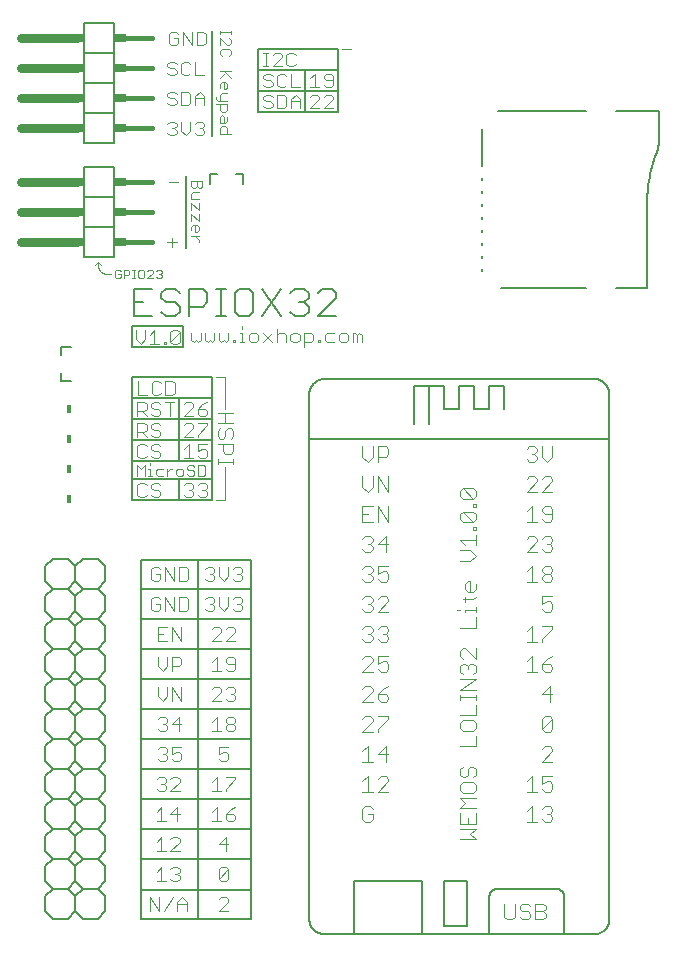
<source format=gto>
G75*
%MOIN*%
%OFA0B0*%
%FSLAX25Y25*%
%IPPOS*%
%LPD*%
%AMOC8*
5,1,8,0,0,1.08239X$1,22.5*
%
%ADD10C,0.00400*%
%ADD11C,0.00300*%
%ADD12C,0.00600*%
%ADD13C,0.00800*%
%ADD14C,0.00500*%
%ADD15R,0.01500X0.03000*%
%ADD16C,0.03000*%
%ADD17C,0.01600*%
%ADD18R,0.02000X0.03000*%
%ADD19R,0.04000X0.03000*%
D10*
X0051465Y0024200D02*
X0051465Y0028804D01*
X0054535Y0024200D01*
X0054535Y0028804D01*
X0055302Y0034200D02*
X0055302Y0038804D01*
X0053767Y0037269D01*
X0053767Y0034200D02*
X0056837Y0034200D01*
X0058371Y0034967D02*
X0059139Y0034200D01*
X0060673Y0034200D01*
X0061441Y0034967D01*
X0061441Y0035735D01*
X0060673Y0036502D01*
X0059906Y0036502D01*
X0060673Y0036502D02*
X0061441Y0037269D01*
X0061441Y0038037D01*
X0060673Y0038804D01*
X0059139Y0038804D01*
X0058371Y0038037D01*
X0058371Y0044200D02*
X0061441Y0047269D01*
X0061441Y0048037D01*
X0060673Y0048804D01*
X0059139Y0048804D01*
X0058371Y0048037D01*
X0058371Y0044200D02*
X0061441Y0044200D01*
X0056837Y0044200D02*
X0053767Y0044200D01*
X0055302Y0044200D02*
X0055302Y0048804D01*
X0053767Y0047269D01*
X0053767Y0054200D02*
X0056837Y0054200D01*
X0055302Y0054200D02*
X0055302Y0058804D01*
X0053767Y0057269D01*
X0054535Y0064200D02*
X0053767Y0064967D01*
X0054535Y0064200D02*
X0056069Y0064200D01*
X0056837Y0064967D01*
X0056837Y0065735D01*
X0056069Y0066502D01*
X0055302Y0066502D01*
X0056069Y0066502D02*
X0056837Y0067269D01*
X0056837Y0068037D01*
X0056069Y0068804D01*
X0054535Y0068804D01*
X0053767Y0068037D01*
X0055035Y0074200D02*
X0054267Y0074967D01*
X0055035Y0074200D02*
X0056569Y0074200D01*
X0057337Y0074967D01*
X0057337Y0075735D01*
X0056569Y0076502D01*
X0055802Y0076502D01*
X0056569Y0076502D02*
X0057337Y0077269D01*
X0057337Y0078037D01*
X0056569Y0078804D01*
X0055035Y0078804D01*
X0054267Y0078037D01*
X0058871Y0078804D02*
X0058871Y0076502D01*
X0060406Y0077269D01*
X0061173Y0077269D01*
X0061941Y0076502D01*
X0061941Y0074967D01*
X0061173Y0074200D01*
X0059639Y0074200D01*
X0058871Y0074967D01*
X0058871Y0078804D02*
X0061941Y0078804D01*
X0061173Y0084200D02*
X0061173Y0088804D01*
X0058871Y0086502D01*
X0061941Y0086502D01*
X0057337Y0087269D02*
X0056569Y0086502D01*
X0057337Y0085735D01*
X0057337Y0084967D01*
X0056569Y0084200D01*
X0055035Y0084200D01*
X0054267Y0084967D01*
X0055802Y0086502D02*
X0056569Y0086502D01*
X0057337Y0087269D02*
X0057337Y0088037D01*
X0056569Y0088804D01*
X0055035Y0088804D01*
X0054267Y0088037D01*
X0055802Y0094200D02*
X0057337Y0095735D01*
X0057337Y0098804D01*
X0058871Y0098804D02*
X0058871Y0094200D01*
X0061941Y0094200D02*
X0058871Y0098804D01*
X0061941Y0098804D02*
X0061941Y0094200D01*
X0058871Y0104200D02*
X0058871Y0108804D01*
X0061173Y0108804D01*
X0061941Y0108037D01*
X0061941Y0106502D01*
X0061173Y0105735D01*
X0058871Y0105735D01*
X0057337Y0105735D02*
X0057337Y0108804D01*
X0057337Y0105735D02*
X0055802Y0104200D01*
X0054267Y0105735D01*
X0054267Y0108804D01*
X0054267Y0114200D02*
X0057337Y0114200D01*
X0058871Y0114200D02*
X0058871Y0118804D01*
X0061941Y0114200D01*
X0061941Y0118804D01*
X0061173Y0124200D02*
X0063475Y0124200D01*
X0064243Y0124967D01*
X0064243Y0128037D01*
X0063475Y0128804D01*
X0061173Y0128804D01*
X0061173Y0124200D01*
X0059639Y0124200D02*
X0059639Y0128804D01*
X0056569Y0128804D02*
X0059639Y0124200D01*
X0056569Y0124200D02*
X0056569Y0128804D01*
X0055035Y0128037D02*
X0054267Y0128804D01*
X0052733Y0128804D01*
X0051965Y0128037D01*
X0051965Y0124967D01*
X0052733Y0124200D01*
X0054267Y0124200D01*
X0055035Y0124967D01*
X0055035Y0126502D01*
X0053500Y0126502D01*
X0052733Y0134200D02*
X0054267Y0134200D01*
X0055035Y0134967D01*
X0055035Y0136502D01*
X0053500Y0136502D01*
X0051965Y0138037D02*
X0051965Y0134967D01*
X0052733Y0134200D01*
X0051965Y0138037D02*
X0052733Y0138804D01*
X0054267Y0138804D01*
X0055035Y0138037D01*
X0056569Y0138804D02*
X0056569Y0134200D01*
X0059639Y0134200D02*
X0056569Y0138804D01*
X0059639Y0138804D02*
X0059639Y0134200D01*
X0061173Y0134200D02*
X0061173Y0138804D01*
X0063475Y0138804D01*
X0064243Y0138037D01*
X0064243Y0134967D01*
X0063475Y0134200D01*
X0061173Y0134200D01*
X0069965Y0134967D02*
X0070733Y0134200D01*
X0072267Y0134200D01*
X0073035Y0134967D01*
X0073035Y0135735D01*
X0072267Y0136502D01*
X0071500Y0136502D01*
X0072267Y0136502D02*
X0073035Y0137269D01*
X0073035Y0138037D01*
X0072267Y0138804D01*
X0070733Y0138804D01*
X0069965Y0138037D01*
X0074569Y0138804D02*
X0074569Y0135735D01*
X0076104Y0134200D01*
X0077639Y0135735D01*
X0077639Y0138804D01*
X0079173Y0138037D02*
X0079941Y0138804D01*
X0081475Y0138804D01*
X0082243Y0138037D01*
X0082243Y0137269D01*
X0081475Y0136502D01*
X0082243Y0135735D01*
X0082243Y0134967D01*
X0081475Y0134200D01*
X0079941Y0134200D01*
X0079173Y0134967D01*
X0080708Y0136502D02*
X0081475Y0136502D01*
X0081475Y0128804D02*
X0079941Y0128804D01*
X0079173Y0128037D01*
X0077639Y0128804D02*
X0077639Y0125735D01*
X0076104Y0124200D01*
X0074569Y0125735D01*
X0074569Y0128804D01*
X0073035Y0128037D02*
X0073035Y0127269D01*
X0072267Y0126502D01*
X0073035Y0125735D01*
X0073035Y0124967D01*
X0072267Y0124200D01*
X0070733Y0124200D01*
X0069965Y0124967D01*
X0071500Y0126502D02*
X0072267Y0126502D01*
X0073035Y0128037D02*
X0072267Y0128804D01*
X0070733Y0128804D01*
X0069965Y0128037D01*
X0073035Y0118804D02*
X0072267Y0118037D01*
X0073035Y0118804D02*
X0074569Y0118804D01*
X0075337Y0118037D01*
X0075337Y0117269D01*
X0072267Y0114200D01*
X0075337Y0114200D01*
X0076871Y0114200D02*
X0079941Y0117269D01*
X0079941Y0118037D01*
X0079173Y0118804D01*
X0077639Y0118804D01*
X0076871Y0118037D01*
X0076871Y0114200D02*
X0079941Y0114200D01*
X0079173Y0108804D02*
X0077639Y0108804D01*
X0076871Y0108037D01*
X0076871Y0107269D01*
X0077639Y0106502D01*
X0079941Y0106502D01*
X0079941Y0104967D02*
X0079941Y0108037D01*
X0079173Y0108804D01*
X0079941Y0104967D02*
X0079173Y0104200D01*
X0077639Y0104200D01*
X0076871Y0104967D01*
X0075337Y0104200D02*
X0072267Y0104200D01*
X0073802Y0104200D02*
X0073802Y0108804D01*
X0072267Y0107269D01*
X0073035Y0098804D02*
X0072267Y0098037D01*
X0073035Y0098804D02*
X0074569Y0098804D01*
X0075337Y0098037D01*
X0075337Y0097269D01*
X0072267Y0094200D01*
X0075337Y0094200D01*
X0076871Y0094967D02*
X0077639Y0094200D01*
X0079173Y0094200D01*
X0079941Y0094967D01*
X0079941Y0095735D01*
X0079173Y0096502D01*
X0078406Y0096502D01*
X0079173Y0096502D02*
X0079941Y0097269D01*
X0079941Y0098037D01*
X0079173Y0098804D01*
X0077639Y0098804D01*
X0076871Y0098037D01*
X0077639Y0088804D02*
X0079173Y0088804D01*
X0079941Y0088037D01*
X0079941Y0087269D01*
X0079173Y0086502D01*
X0077639Y0086502D01*
X0076871Y0087269D01*
X0076871Y0088037D01*
X0077639Y0088804D01*
X0077639Y0086502D02*
X0076871Y0085735D01*
X0076871Y0084967D01*
X0077639Y0084200D01*
X0079173Y0084200D01*
X0079941Y0084967D01*
X0079941Y0085735D01*
X0079173Y0086502D01*
X0075337Y0084200D02*
X0072267Y0084200D01*
X0073802Y0084200D02*
X0073802Y0088804D01*
X0072267Y0087269D01*
X0074569Y0078804D02*
X0074569Y0076502D01*
X0076104Y0077269D01*
X0076871Y0077269D01*
X0077639Y0076502D01*
X0077639Y0074967D01*
X0076871Y0074200D01*
X0075337Y0074200D01*
X0074569Y0074967D01*
X0074569Y0078804D02*
X0077639Y0078804D01*
X0076871Y0068804D02*
X0079941Y0068804D01*
X0079941Y0068037D01*
X0076871Y0064967D01*
X0076871Y0064200D01*
X0075337Y0064200D02*
X0072267Y0064200D01*
X0073802Y0064200D02*
X0073802Y0068804D01*
X0072267Y0067269D01*
X0073802Y0058804D02*
X0073802Y0054200D01*
X0072267Y0054200D02*
X0075337Y0054200D01*
X0076871Y0054967D02*
X0076871Y0056502D01*
X0079173Y0056502D01*
X0079941Y0055735D01*
X0079941Y0054967D01*
X0079173Y0054200D01*
X0077639Y0054200D01*
X0076871Y0054967D01*
X0076871Y0056502D02*
X0078406Y0058037D01*
X0079941Y0058804D01*
X0076871Y0048804D02*
X0074569Y0046502D01*
X0077639Y0046502D01*
X0076871Y0044200D02*
X0076871Y0048804D01*
X0072267Y0057269D02*
X0073802Y0058804D01*
X0061441Y0056502D02*
X0058371Y0056502D01*
X0060673Y0058804D01*
X0060673Y0054200D01*
X0061441Y0064200D02*
X0058371Y0064200D01*
X0061441Y0067269D01*
X0061441Y0068037D01*
X0060673Y0068804D01*
X0059139Y0068804D01*
X0058371Y0068037D01*
X0055802Y0094200D02*
X0054267Y0095735D01*
X0054267Y0098804D01*
X0054267Y0114200D02*
X0054267Y0118804D01*
X0057337Y0118804D01*
X0055802Y0116502D02*
X0054267Y0116502D01*
X0079173Y0124967D02*
X0079941Y0124200D01*
X0081475Y0124200D01*
X0082243Y0124967D01*
X0082243Y0125735D01*
X0081475Y0126502D01*
X0080708Y0126502D01*
X0081475Y0126502D02*
X0082243Y0127269D01*
X0082243Y0128037D01*
X0081475Y0128804D01*
X0076671Y0161000D02*
X0073671Y0161000D01*
X0070545Y0162967D02*
X0070545Y0163735D01*
X0069777Y0164502D01*
X0069010Y0164502D01*
X0069777Y0164502D02*
X0070545Y0165269D01*
X0070545Y0166037D01*
X0069777Y0166804D01*
X0068243Y0166804D01*
X0067475Y0166037D01*
X0065941Y0166037D02*
X0065173Y0166804D01*
X0063639Y0166804D01*
X0062871Y0166037D01*
X0064406Y0164502D02*
X0065173Y0164502D01*
X0065941Y0163735D01*
X0065941Y0162967D01*
X0065173Y0162200D01*
X0063639Y0162200D01*
X0062871Y0162967D01*
X0065173Y0164502D02*
X0065941Y0165269D01*
X0065941Y0166037D01*
X0067475Y0162967D02*
X0068243Y0162200D01*
X0069777Y0162200D01*
X0070545Y0162967D01*
X0076671Y0161000D02*
X0076671Y0172000D01*
X0074071Y0173049D02*
X0074071Y0174784D01*
X0074071Y0173917D02*
X0079276Y0173917D01*
X0079276Y0174784D02*
X0079276Y0173049D01*
X0078408Y0176471D02*
X0076674Y0176471D01*
X0075806Y0177338D01*
X0075806Y0179941D01*
X0075806Y0181627D02*
X0074939Y0181627D01*
X0074071Y0182495D01*
X0074071Y0184230D01*
X0074939Y0185097D01*
X0074071Y0186784D02*
X0079276Y0186784D01*
X0078408Y0185097D02*
X0079276Y0184230D01*
X0079276Y0182495D01*
X0078408Y0181627D01*
X0079276Y0179941D02*
X0074071Y0179941D01*
X0075806Y0181627D02*
X0076674Y0182495D01*
X0076674Y0184230D01*
X0077541Y0185097D01*
X0078408Y0185097D01*
X0076674Y0186784D02*
X0076674Y0190253D01*
X0076671Y0191500D02*
X0076671Y0202000D01*
X0073671Y0202000D01*
X0070545Y0193804D02*
X0069010Y0193037D01*
X0067475Y0191502D01*
X0069777Y0191502D01*
X0070545Y0190735D01*
X0070545Y0189967D01*
X0069777Y0189200D01*
X0068243Y0189200D01*
X0067475Y0189967D01*
X0067475Y0191502D01*
X0065941Y0192269D02*
X0065941Y0193037D01*
X0065173Y0193804D01*
X0063639Y0193804D01*
X0062871Y0193037D01*
X0065941Y0192269D02*
X0062871Y0189200D01*
X0065941Y0189200D01*
X0065173Y0186804D02*
X0063639Y0186804D01*
X0062871Y0186037D01*
X0065173Y0186804D02*
X0065941Y0186037D01*
X0065941Y0185269D01*
X0062871Y0182200D01*
X0065941Y0182200D01*
X0067475Y0182200D02*
X0067475Y0182967D01*
X0070545Y0186037D01*
X0070545Y0186804D01*
X0067475Y0186804D01*
X0067475Y0179804D02*
X0067475Y0177502D01*
X0069010Y0178269D01*
X0069777Y0178269D01*
X0070545Y0177502D01*
X0070545Y0175967D01*
X0069777Y0175200D01*
X0068243Y0175200D01*
X0067475Y0175967D01*
X0065941Y0175200D02*
X0062871Y0175200D01*
X0064406Y0175200D02*
X0064406Y0179804D01*
X0062871Y0178269D01*
X0067475Y0179804D02*
X0070545Y0179804D01*
X0078408Y0176471D02*
X0079276Y0177338D01*
X0079276Y0179941D01*
X0079276Y0190253D02*
X0074071Y0190253D01*
X0059648Y0193804D02*
X0056579Y0193804D01*
X0058114Y0193804D02*
X0058114Y0189200D01*
X0055045Y0189967D02*
X0054277Y0189200D01*
X0052743Y0189200D01*
X0051975Y0189967D01*
X0050441Y0189200D02*
X0048906Y0190735D01*
X0049673Y0190735D02*
X0047371Y0190735D01*
X0047371Y0189200D02*
X0047371Y0193804D01*
X0049673Y0193804D01*
X0050441Y0193037D01*
X0050441Y0191502D01*
X0049673Y0190735D01*
X0051975Y0192269D02*
X0052743Y0191502D01*
X0054277Y0191502D01*
X0055045Y0190735D01*
X0055045Y0189967D01*
X0055045Y0193037D02*
X0054277Y0193804D01*
X0052743Y0193804D01*
X0051975Y0193037D01*
X0051975Y0192269D01*
X0052837Y0196200D02*
X0054371Y0196200D01*
X0055139Y0196967D01*
X0056673Y0196200D02*
X0056673Y0200804D01*
X0058975Y0200804D01*
X0059743Y0200037D01*
X0059743Y0196967D01*
X0058975Y0196200D01*
X0056673Y0196200D01*
X0055139Y0200037D02*
X0054371Y0200804D01*
X0052837Y0200804D01*
X0052069Y0200037D01*
X0052069Y0196967D01*
X0052837Y0196200D01*
X0050535Y0196200D02*
X0047465Y0196200D01*
X0047465Y0200804D01*
X0048406Y0213200D02*
X0046871Y0214735D01*
X0046871Y0217804D01*
X0049941Y0214735D02*
X0048406Y0213200D01*
X0049941Y0214735D02*
X0049941Y0217804D01*
X0051475Y0216269D02*
X0053010Y0217804D01*
X0053010Y0213200D01*
X0051475Y0213200D02*
X0054545Y0213200D01*
X0056079Y0213200D02*
X0056847Y0213200D01*
X0056847Y0213967D01*
X0056079Y0213967D01*
X0056079Y0213200D01*
X0058381Y0213967D02*
X0058381Y0217037D01*
X0059148Y0217804D01*
X0060683Y0217804D01*
X0061450Y0217037D01*
X0058381Y0213967D01*
X0059148Y0213200D01*
X0060683Y0213200D01*
X0061450Y0213967D01*
X0061450Y0217037D01*
X0065371Y0216769D02*
X0065371Y0214467D01*
X0066139Y0213700D01*
X0066906Y0214467D01*
X0067673Y0213700D01*
X0068441Y0214467D01*
X0068441Y0216769D01*
X0069975Y0216769D02*
X0069975Y0214467D01*
X0070743Y0213700D01*
X0071510Y0214467D01*
X0072277Y0213700D01*
X0073045Y0214467D01*
X0073045Y0216769D01*
X0074579Y0216769D02*
X0074579Y0214467D01*
X0075347Y0213700D01*
X0076114Y0214467D01*
X0076881Y0213700D01*
X0077648Y0214467D01*
X0077648Y0216769D01*
X0079183Y0214467D02*
X0079950Y0214467D01*
X0079950Y0213700D01*
X0079183Y0213700D01*
X0079183Y0214467D01*
X0081485Y0213700D02*
X0083020Y0213700D01*
X0082252Y0213700D02*
X0082252Y0216769D01*
X0081485Y0216769D01*
X0082252Y0218304D02*
X0082252Y0219071D01*
X0084554Y0216002D02*
X0084554Y0214467D01*
X0085322Y0213700D01*
X0086856Y0213700D01*
X0087624Y0214467D01*
X0087624Y0216002D01*
X0086856Y0216769D01*
X0085322Y0216769D01*
X0084554Y0216002D01*
X0089158Y0216769D02*
X0092228Y0213700D01*
X0093762Y0213700D02*
X0093762Y0218304D01*
X0094530Y0216769D02*
X0093762Y0216002D01*
X0094530Y0216769D02*
X0096064Y0216769D01*
X0096831Y0216002D01*
X0096831Y0213700D01*
X0098366Y0214467D02*
X0099133Y0213700D01*
X0100668Y0213700D01*
X0101435Y0214467D01*
X0101435Y0216002D01*
X0100668Y0216769D01*
X0099133Y0216769D01*
X0098366Y0216002D01*
X0098366Y0214467D01*
X0102970Y0213700D02*
X0105272Y0213700D01*
X0106039Y0214467D01*
X0106039Y0216002D01*
X0105272Y0216769D01*
X0102970Y0216769D01*
X0102970Y0212165D01*
X0107574Y0213700D02*
X0108341Y0213700D01*
X0108341Y0214467D01*
X0107574Y0214467D01*
X0107574Y0213700D01*
X0109876Y0214467D02*
X0110643Y0213700D01*
X0112945Y0213700D01*
X0114480Y0214467D02*
X0114480Y0216002D01*
X0115247Y0216769D01*
X0116782Y0216769D01*
X0117549Y0216002D01*
X0117549Y0214467D01*
X0116782Y0213700D01*
X0115247Y0213700D01*
X0114480Y0214467D01*
X0112945Y0216769D02*
X0110643Y0216769D01*
X0109876Y0216002D01*
X0109876Y0214467D01*
X0119084Y0213700D02*
X0119084Y0216769D01*
X0119851Y0216769D01*
X0120618Y0216002D01*
X0121386Y0216769D01*
X0122153Y0216002D01*
X0122153Y0213700D01*
X0120618Y0213700D02*
X0120618Y0216002D01*
X0122371Y0179104D02*
X0122371Y0175635D01*
X0124106Y0173900D01*
X0125841Y0175635D01*
X0125841Y0179104D01*
X0127528Y0179104D02*
X0130130Y0179104D01*
X0130997Y0178237D01*
X0130997Y0176502D01*
X0130130Y0175635D01*
X0127528Y0175635D01*
X0127528Y0173900D02*
X0127528Y0179104D01*
X0127528Y0169104D02*
X0130997Y0163900D01*
X0130997Y0169104D01*
X0127528Y0169104D02*
X0127528Y0163900D01*
X0125841Y0165635D02*
X0125841Y0169104D01*
X0125841Y0165635D02*
X0124106Y0163900D01*
X0122371Y0165635D01*
X0122371Y0169104D01*
X0122371Y0159104D02*
X0122371Y0153900D01*
X0125841Y0153900D01*
X0127528Y0153900D02*
X0127528Y0159104D01*
X0130997Y0153900D01*
X0130997Y0159104D01*
X0125841Y0159104D02*
X0122371Y0159104D01*
X0122371Y0156502D02*
X0124106Y0156502D01*
X0123239Y0149104D02*
X0124974Y0149104D01*
X0125841Y0148237D01*
X0125841Y0147370D01*
X0124974Y0146502D01*
X0125841Y0145635D01*
X0125841Y0144767D01*
X0124974Y0143900D01*
X0123239Y0143900D01*
X0122371Y0144767D01*
X0124106Y0146502D02*
X0124974Y0146502D01*
X0127528Y0146502D02*
X0130997Y0146502D01*
X0130130Y0143900D02*
X0130130Y0149104D01*
X0127528Y0146502D01*
X0123239Y0149104D02*
X0122371Y0148237D01*
X0123239Y0139104D02*
X0124974Y0139104D01*
X0125841Y0138237D01*
X0125841Y0137370D01*
X0124974Y0136502D01*
X0125841Y0135635D01*
X0125841Y0134767D01*
X0124974Y0133900D01*
X0123239Y0133900D01*
X0122371Y0134767D01*
X0124106Y0136502D02*
X0124974Y0136502D01*
X0127528Y0136502D02*
X0127528Y0139104D01*
X0130997Y0139104D01*
X0130130Y0137370D02*
X0129263Y0137370D01*
X0127528Y0136502D01*
X0127528Y0134767D02*
X0128395Y0133900D01*
X0130130Y0133900D01*
X0130997Y0134767D01*
X0130997Y0136502D01*
X0130130Y0137370D01*
X0130130Y0129104D02*
X0128395Y0129104D01*
X0127528Y0128237D01*
X0125841Y0128237D02*
X0125841Y0127370D01*
X0124974Y0126502D01*
X0125841Y0125635D01*
X0125841Y0124767D01*
X0124974Y0123900D01*
X0123239Y0123900D01*
X0122371Y0124767D01*
X0124106Y0126502D02*
X0124974Y0126502D01*
X0125841Y0128237D02*
X0124974Y0129104D01*
X0123239Y0129104D01*
X0122371Y0128237D01*
X0127528Y0123900D02*
X0130997Y0127370D01*
X0130997Y0128237D01*
X0130130Y0129104D01*
X0130997Y0123900D02*
X0127528Y0123900D01*
X0128395Y0119104D02*
X0127528Y0118237D01*
X0128395Y0119104D02*
X0130130Y0119104D01*
X0130997Y0118237D01*
X0130997Y0117370D01*
X0130130Y0116502D01*
X0130997Y0115635D01*
X0130997Y0114767D01*
X0130130Y0113900D01*
X0128395Y0113900D01*
X0127528Y0114767D01*
X0125841Y0114767D02*
X0124974Y0113900D01*
X0123239Y0113900D01*
X0122371Y0114767D01*
X0124106Y0116502D02*
X0124974Y0116502D01*
X0125841Y0115635D01*
X0125841Y0114767D01*
X0124974Y0116502D02*
X0125841Y0117370D01*
X0125841Y0118237D01*
X0124974Y0119104D01*
X0123239Y0119104D01*
X0122371Y0118237D01*
X0129263Y0116502D02*
X0130130Y0116502D01*
X0130997Y0109104D02*
X0127528Y0109104D01*
X0127528Y0106502D01*
X0129263Y0107370D01*
X0130130Y0107370D01*
X0130997Y0106502D01*
X0130997Y0104767D01*
X0130130Y0103900D01*
X0128395Y0103900D01*
X0127528Y0104767D01*
X0125841Y0103900D02*
X0122371Y0103900D01*
X0125841Y0107370D01*
X0125841Y0108237D01*
X0124974Y0109104D01*
X0123239Y0109104D01*
X0122371Y0108237D01*
X0123239Y0099104D02*
X0122371Y0098237D01*
X0123239Y0099104D02*
X0124974Y0099104D01*
X0125841Y0098237D01*
X0125841Y0097370D01*
X0122371Y0093900D01*
X0125841Y0093900D01*
X0127528Y0094767D02*
X0128395Y0093900D01*
X0130130Y0093900D01*
X0130997Y0094767D01*
X0130997Y0095635D01*
X0130130Y0096502D01*
X0127528Y0096502D01*
X0127528Y0094767D01*
X0127528Y0096502D02*
X0129263Y0098237D01*
X0130997Y0099104D01*
X0130997Y0089104D02*
X0127528Y0089104D01*
X0125841Y0088237D02*
X0124974Y0089104D01*
X0123239Y0089104D01*
X0122371Y0088237D01*
X0125841Y0087370D02*
X0122371Y0083900D01*
X0125841Y0083900D01*
X0127528Y0083900D02*
X0127528Y0084767D01*
X0130997Y0088237D01*
X0130997Y0089104D01*
X0125841Y0088237D02*
X0125841Y0087370D01*
X0124106Y0079104D02*
X0122371Y0077370D01*
X0124106Y0079104D02*
X0124106Y0073900D01*
X0122371Y0073900D02*
X0125841Y0073900D01*
X0127528Y0076502D02*
X0130997Y0076502D01*
X0130130Y0073900D02*
X0130130Y0079104D01*
X0127528Y0076502D01*
X0128395Y0069104D02*
X0127528Y0068237D01*
X0128395Y0069104D02*
X0130130Y0069104D01*
X0130997Y0068237D01*
X0130997Y0067370D01*
X0127528Y0063900D01*
X0130997Y0063900D01*
X0125841Y0063900D02*
X0122371Y0063900D01*
X0124106Y0063900D02*
X0124106Y0069104D01*
X0122371Y0067370D01*
X0123239Y0059104D02*
X0122371Y0058237D01*
X0122371Y0054767D01*
X0123239Y0053900D01*
X0124974Y0053900D01*
X0125841Y0054767D01*
X0125841Y0056502D01*
X0124106Y0056502D01*
X0125841Y0058237D02*
X0124974Y0059104D01*
X0123239Y0059104D01*
X0154867Y0058415D02*
X0156602Y0060150D01*
X0154867Y0061885D01*
X0160071Y0061885D01*
X0159204Y0063572D02*
X0160071Y0064439D01*
X0160071Y0066174D01*
X0159204Y0067041D01*
X0155734Y0067041D01*
X0154867Y0066174D01*
X0154867Y0064439D01*
X0155734Y0063572D01*
X0159204Y0063572D01*
X0159204Y0068728D02*
X0160071Y0069596D01*
X0160071Y0071330D01*
X0159204Y0072198D01*
X0158337Y0072198D01*
X0157469Y0071330D01*
X0157469Y0069596D01*
X0156602Y0068728D01*
X0155734Y0068728D01*
X0154867Y0069596D01*
X0154867Y0071330D01*
X0155734Y0072198D01*
X0154867Y0079041D02*
X0160071Y0079041D01*
X0160071Y0082511D01*
X0159204Y0084197D02*
X0160071Y0085065D01*
X0160071Y0086800D01*
X0159204Y0087667D01*
X0155734Y0087667D01*
X0154867Y0086800D01*
X0154867Y0085065D01*
X0155734Y0084197D01*
X0159204Y0084197D01*
X0160071Y0089354D02*
X0160071Y0092823D01*
X0160071Y0094510D02*
X0160071Y0096245D01*
X0160071Y0095378D02*
X0154867Y0095378D01*
X0154867Y0096245D02*
X0154867Y0094510D01*
X0154867Y0097948D02*
X0160071Y0101417D01*
X0154867Y0101417D01*
X0155734Y0103104D02*
X0154867Y0103972D01*
X0154867Y0105706D01*
X0155734Y0106574D01*
X0156602Y0106574D01*
X0157469Y0105706D01*
X0158337Y0106574D01*
X0159204Y0106574D01*
X0160071Y0105706D01*
X0160071Y0103972D01*
X0159204Y0103104D01*
X0157469Y0104839D02*
X0157469Y0105706D01*
X0155734Y0108261D02*
X0154867Y0109128D01*
X0154867Y0110863D01*
X0155734Y0111730D01*
X0156602Y0111730D01*
X0160071Y0108261D01*
X0160071Y0111730D01*
X0160071Y0118573D02*
X0154867Y0118573D01*
X0156602Y0123730D02*
X0156602Y0124597D01*
X0160071Y0124597D01*
X0160071Y0123730D02*
X0160071Y0125465D01*
X0159204Y0128035D02*
X0160071Y0128902D01*
X0159204Y0128035D02*
X0155734Y0128035D01*
X0156602Y0128902D02*
X0156602Y0127167D01*
X0154867Y0124597D02*
X0154000Y0124597D01*
X0157469Y0130605D02*
X0156602Y0131472D01*
X0156602Y0133207D01*
X0157469Y0134075D01*
X0158337Y0134075D01*
X0158337Y0130605D01*
X0159204Y0130605D02*
X0157469Y0130605D01*
X0159204Y0130605D02*
X0160071Y0131472D01*
X0160071Y0133207D01*
X0158337Y0140918D02*
X0154867Y0140918D01*
X0154867Y0144387D02*
X0158337Y0144387D01*
X0160071Y0142653D01*
X0158337Y0140918D01*
X0160071Y0146074D02*
X0160071Y0149544D01*
X0160071Y0151231D02*
X0160071Y0152098D01*
X0159204Y0152098D01*
X0159204Y0151231D01*
X0160071Y0151231D01*
X0159204Y0153809D02*
X0155734Y0157278D01*
X0159204Y0157278D01*
X0160071Y0156411D01*
X0160071Y0154676D01*
X0159204Y0153809D01*
X0155734Y0153809D01*
X0154867Y0154676D01*
X0154867Y0156411D01*
X0155734Y0157278D01*
X0155734Y0161543D02*
X0154867Y0162411D01*
X0154867Y0164146D01*
X0155734Y0165013D01*
X0159204Y0161543D01*
X0160071Y0162411D01*
X0160071Y0164146D01*
X0159204Y0165013D01*
X0155734Y0165013D01*
X0155734Y0161543D02*
X0159204Y0161543D01*
X0159204Y0159833D02*
X0160071Y0159833D01*
X0160071Y0158965D01*
X0159204Y0158965D01*
X0159204Y0159833D01*
X0160071Y0147809D02*
X0154867Y0147809D01*
X0156602Y0146074D01*
X0160071Y0122043D02*
X0160071Y0118573D01*
X0160071Y0097948D02*
X0154867Y0097948D01*
X0154867Y0089354D02*
X0160071Y0089354D01*
X0177059Y0103900D02*
X0180528Y0103900D01*
X0178793Y0103900D02*
X0178793Y0109104D01*
X0177059Y0107370D01*
X0177059Y0113900D02*
X0180528Y0113900D01*
X0182215Y0113900D02*
X0182215Y0114767D01*
X0185685Y0118237D01*
X0185685Y0119104D01*
X0182215Y0119104D01*
X0183082Y0123900D02*
X0182215Y0124767D01*
X0183082Y0123900D02*
X0184817Y0123900D01*
X0185685Y0124767D01*
X0185685Y0126502D01*
X0184817Y0127370D01*
X0183950Y0127370D01*
X0182215Y0126502D01*
X0182215Y0129104D01*
X0185685Y0129104D01*
X0184817Y0133900D02*
X0183082Y0133900D01*
X0182215Y0134767D01*
X0182215Y0135635D01*
X0183082Y0136502D01*
X0184817Y0136502D01*
X0185685Y0135635D01*
X0185685Y0134767D01*
X0184817Y0133900D01*
X0184817Y0136502D02*
X0185685Y0137370D01*
X0185685Y0138237D01*
X0184817Y0139104D01*
X0183082Y0139104D01*
X0182215Y0138237D01*
X0182215Y0137370D01*
X0183082Y0136502D01*
X0180528Y0133900D02*
X0177059Y0133900D01*
X0178793Y0133900D02*
X0178793Y0139104D01*
X0177059Y0137370D01*
X0177059Y0143900D02*
X0180528Y0147370D01*
X0180528Y0148237D01*
X0179661Y0149104D01*
X0177926Y0149104D01*
X0177059Y0148237D01*
X0177059Y0143900D02*
X0180528Y0143900D01*
X0182215Y0144767D02*
X0183082Y0143900D01*
X0184817Y0143900D01*
X0185685Y0144767D01*
X0185685Y0145635D01*
X0184817Y0146502D01*
X0183950Y0146502D01*
X0184817Y0146502D02*
X0185685Y0147370D01*
X0185685Y0148237D01*
X0184817Y0149104D01*
X0183082Y0149104D01*
X0182215Y0148237D01*
X0183082Y0153900D02*
X0184817Y0153900D01*
X0185685Y0154767D01*
X0185685Y0158237D01*
X0184817Y0159104D01*
X0183082Y0159104D01*
X0182215Y0158237D01*
X0182215Y0157370D01*
X0183082Y0156502D01*
X0185685Y0156502D01*
X0183082Y0153900D02*
X0182215Y0154767D01*
X0180528Y0153900D02*
X0177059Y0153900D01*
X0178793Y0153900D02*
X0178793Y0159104D01*
X0177059Y0157370D01*
X0177059Y0163900D02*
X0180528Y0167370D01*
X0180528Y0168237D01*
X0179661Y0169104D01*
X0177926Y0169104D01*
X0177059Y0168237D01*
X0177059Y0163900D02*
X0180528Y0163900D01*
X0182215Y0163900D02*
X0185685Y0167370D01*
X0185685Y0168237D01*
X0184817Y0169104D01*
X0183082Y0169104D01*
X0182215Y0168237D01*
X0182215Y0163900D02*
X0185685Y0163900D01*
X0183950Y0173900D02*
X0182215Y0175635D01*
X0182215Y0179104D01*
X0180528Y0178237D02*
X0180528Y0177370D01*
X0179661Y0176502D01*
X0180528Y0175635D01*
X0180528Y0174767D01*
X0179661Y0173900D01*
X0177926Y0173900D01*
X0177059Y0174767D01*
X0178793Y0176502D02*
X0179661Y0176502D01*
X0180528Y0178237D02*
X0179661Y0179104D01*
X0177926Y0179104D01*
X0177059Y0178237D01*
X0183950Y0173900D02*
X0185685Y0175635D01*
X0185685Y0179104D01*
X0178793Y0119104D02*
X0178793Y0113900D01*
X0177059Y0117370D02*
X0178793Y0119104D01*
X0183950Y0108237D02*
X0182215Y0106502D01*
X0184817Y0106502D01*
X0185685Y0105635D01*
X0185685Y0104767D01*
X0184817Y0103900D01*
X0183082Y0103900D01*
X0182215Y0104767D01*
X0182215Y0106502D01*
X0183950Y0108237D02*
X0185685Y0109104D01*
X0184817Y0099104D02*
X0182215Y0096502D01*
X0185685Y0096502D01*
X0184817Y0093900D02*
X0184817Y0099104D01*
X0184817Y0089104D02*
X0183082Y0089104D01*
X0182215Y0088237D01*
X0182215Y0084767D01*
X0185685Y0088237D01*
X0185685Y0084767D01*
X0184817Y0083900D01*
X0183082Y0083900D01*
X0182215Y0084767D01*
X0185685Y0088237D02*
X0184817Y0089104D01*
X0184817Y0079104D02*
X0183082Y0079104D01*
X0182215Y0078237D01*
X0184817Y0079104D02*
X0185685Y0078237D01*
X0185685Y0077370D01*
X0182215Y0073900D01*
X0185685Y0073900D01*
X0185685Y0069104D02*
X0182215Y0069104D01*
X0182215Y0066502D01*
X0183950Y0067370D01*
X0184817Y0067370D01*
X0185685Y0066502D01*
X0185685Y0064767D01*
X0184817Y0063900D01*
X0183082Y0063900D01*
X0182215Y0064767D01*
X0180528Y0063900D02*
X0177059Y0063900D01*
X0178793Y0063900D02*
X0178793Y0069104D01*
X0177059Y0067370D01*
X0178793Y0059104D02*
X0178793Y0053900D01*
X0177059Y0053900D02*
X0180528Y0053900D01*
X0182215Y0054767D02*
X0183082Y0053900D01*
X0184817Y0053900D01*
X0185685Y0054767D01*
X0185685Y0055635D01*
X0184817Y0056502D01*
X0183950Y0056502D01*
X0184817Y0056502D02*
X0185685Y0057370D01*
X0185685Y0058237D01*
X0184817Y0059104D01*
X0183082Y0059104D01*
X0182215Y0058237D01*
X0178793Y0059104D02*
X0177059Y0057370D01*
X0160071Y0056729D02*
X0160071Y0053259D01*
X0154867Y0053259D01*
X0154867Y0056729D01*
X0154867Y0058415D02*
X0160071Y0058415D01*
X0157469Y0054994D02*
X0157469Y0053259D01*
X0160071Y0051572D02*
X0154867Y0051572D01*
X0154867Y0048103D02*
X0160071Y0048103D01*
X0158337Y0049837D01*
X0160071Y0051572D01*
X0169637Y0026604D02*
X0169637Y0022267D01*
X0170504Y0021400D01*
X0172239Y0021400D01*
X0173106Y0022267D01*
X0173106Y0026604D01*
X0174793Y0025737D02*
X0174793Y0024870D01*
X0175661Y0024002D01*
X0177395Y0024002D01*
X0178263Y0023135D01*
X0178263Y0022267D01*
X0177395Y0021400D01*
X0175661Y0021400D01*
X0174793Y0022267D01*
X0174793Y0025737D02*
X0175661Y0026604D01*
X0177395Y0026604D01*
X0178263Y0025737D01*
X0179950Y0026604D02*
X0179950Y0021400D01*
X0182552Y0021400D01*
X0183419Y0022267D01*
X0183419Y0023135D01*
X0182552Y0024002D01*
X0179950Y0024002D01*
X0182552Y0024002D02*
X0183419Y0024870D01*
X0183419Y0025737D01*
X0182552Y0026604D01*
X0179950Y0026604D01*
X0122371Y0138237D02*
X0123239Y0139104D01*
X0089158Y0213700D02*
X0092228Y0216769D01*
X0060941Y0267002D02*
X0057871Y0267002D01*
X0058139Y0282700D02*
X0057371Y0283467D01*
X0058139Y0282700D02*
X0059673Y0282700D01*
X0060441Y0283467D01*
X0060441Y0284235D01*
X0059673Y0285002D01*
X0058906Y0285002D01*
X0059673Y0285002D02*
X0060441Y0285769D01*
X0060441Y0286537D01*
X0059673Y0287304D01*
X0058139Y0287304D01*
X0057371Y0286537D01*
X0061975Y0287304D02*
X0061975Y0284235D01*
X0063510Y0282700D01*
X0065045Y0284235D01*
X0065045Y0287304D01*
X0066579Y0286537D02*
X0067347Y0287304D01*
X0068881Y0287304D01*
X0069648Y0286537D01*
X0069648Y0285769D01*
X0068881Y0285002D01*
X0069648Y0284235D01*
X0069648Y0283467D01*
X0068881Y0282700D01*
X0067347Y0282700D01*
X0066579Y0283467D01*
X0068114Y0285002D02*
X0068881Y0285002D01*
X0069648Y0292700D02*
X0069648Y0295769D01*
X0068114Y0297304D01*
X0066579Y0295769D01*
X0066579Y0292700D01*
X0065045Y0293467D02*
X0065045Y0296537D01*
X0064277Y0297304D01*
X0061975Y0297304D01*
X0061975Y0292700D01*
X0064277Y0292700D01*
X0065045Y0293467D01*
X0066579Y0295002D02*
X0069648Y0295002D01*
X0069648Y0302700D02*
X0066579Y0302700D01*
X0066579Y0307304D01*
X0065045Y0306537D02*
X0064277Y0307304D01*
X0062743Y0307304D01*
X0061975Y0306537D01*
X0061975Y0303467D01*
X0062743Y0302700D01*
X0064277Y0302700D01*
X0065045Y0303467D01*
X0065545Y0312700D02*
X0065545Y0317304D01*
X0067079Y0317304D02*
X0069381Y0317304D01*
X0070148Y0316537D01*
X0070148Y0313467D01*
X0069381Y0312700D01*
X0067079Y0312700D01*
X0067079Y0317304D01*
X0062475Y0317304D02*
X0062475Y0312700D01*
X0060941Y0313467D02*
X0060941Y0315002D01*
X0059406Y0315002D01*
X0060941Y0316537D02*
X0060173Y0317304D01*
X0058639Y0317304D01*
X0057871Y0316537D01*
X0057871Y0313467D01*
X0058639Y0312700D01*
X0060173Y0312700D01*
X0060941Y0313467D01*
X0062475Y0317304D02*
X0065545Y0312700D01*
X0059673Y0307304D02*
X0058139Y0307304D01*
X0057371Y0306537D01*
X0057371Y0305769D01*
X0058139Y0305002D01*
X0059673Y0305002D01*
X0060441Y0304235D01*
X0060441Y0303467D01*
X0059673Y0302700D01*
X0058139Y0302700D01*
X0057371Y0303467D01*
X0060441Y0306537D02*
X0059673Y0307304D01*
X0059673Y0297304D02*
X0058139Y0297304D01*
X0057371Y0296537D01*
X0057371Y0295769D01*
X0058139Y0295002D01*
X0059673Y0295002D01*
X0060441Y0294235D01*
X0060441Y0293467D01*
X0059673Y0292700D01*
X0058139Y0292700D01*
X0057371Y0293467D01*
X0060441Y0296537D02*
X0059673Y0297304D01*
X0089371Y0295537D02*
X0089371Y0294769D01*
X0090139Y0294002D01*
X0091673Y0294002D01*
X0092441Y0293235D01*
X0092441Y0292467D01*
X0091673Y0291700D01*
X0090139Y0291700D01*
X0089371Y0292467D01*
X0089371Y0295537D02*
X0090139Y0296304D01*
X0091673Y0296304D01*
X0092441Y0295537D01*
X0093975Y0296304D02*
X0096277Y0296304D01*
X0097045Y0295537D01*
X0097045Y0292467D01*
X0096277Y0291700D01*
X0093975Y0291700D01*
X0093975Y0296304D01*
X0094743Y0298700D02*
X0093975Y0299467D01*
X0093975Y0302537D01*
X0094743Y0303304D01*
X0096277Y0303304D01*
X0097045Y0302537D01*
X0098579Y0303304D02*
X0098579Y0298700D01*
X0101648Y0298700D01*
X0100114Y0296304D02*
X0101648Y0294769D01*
X0101648Y0291700D01*
X0101648Y0294002D02*
X0098579Y0294002D01*
X0098579Y0294769D02*
X0100114Y0296304D01*
X0098579Y0294769D02*
X0098579Y0291700D01*
X0096277Y0298700D02*
X0097045Y0299467D01*
X0096277Y0298700D02*
X0094743Y0298700D01*
X0092441Y0299467D02*
X0091673Y0298700D01*
X0090139Y0298700D01*
X0089371Y0299467D01*
X0090139Y0301002D02*
X0089371Y0301769D01*
X0089371Y0302537D01*
X0090139Y0303304D01*
X0091673Y0303304D01*
X0092441Y0302537D01*
X0091673Y0301002D02*
X0092441Y0300235D01*
X0092441Y0299467D01*
X0091673Y0301002D02*
X0090139Y0301002D01*
X0090139Y0305700D02*
X0090139Y0310304D01*
X0090906Y0310304D02*
X0089371Y0310304D01*
X0092441Y0309537D02*
X0093208Y0310304D01*
X0094743Y0310304D01*
X0095510Y0309537D01*
X0095510Y0308769D01*
X0092441Y0305700D01*
X0095510Y0305700D01*
X0097045Y0306467D02*
X0097812Y0305700D01*
X0099347Y0305700D01*
X0100114Y0306467D01*
X0097045Y0306467D02*
X0097045Y0309537D01*
X0097812Y0310304D01*
X0099347Y0310304D01*
X0100114Y0309537D01*
X0106406Y0303304D02*
X0104871Y0301769D01*
X0106406Y0303304D02*
X0106406Y0298700D01*
X0104871Y0298700D02*
X0107941Y0298700D01*
X0109475Y0299467D02*
X0110243Y0298700D01*
X0111777Y0298700D01*
X0112545Y0299467D01*
X0112545Y0302537D01*
X0111777Y0303304D01*
X0110243Y0303304D01*
X0109475Y0302537D01*
X0109475Y0301769D01*
X0110243Y0301002D01*
X0112545Y0301002D01*
X0111777Y0296304D02*
X0110243Y0296304D01*
X0109475Y0295537D01*
X0107941Y0295537D02*
X0107173Y0296304D01*
X0105639Y0296304D01*
X0104871Y0295537D01*
X0107941Y0295537D02*
X0107941Y0294769D01*
X0104871Y0291700D01*
X0107941Y0291700D01*
X0109475Y0291700D02*
X0112545Y0294769D01*
X0112545Y0295537D01*
X0111777Y0296304D01*
X0112545Y0291700D02*
X0109475Y0291700D01*
X0115671Y0311500D02*
X0118671Y0311500D01*
X0090906Y0305700D02*
X0089371Y0305700D01*
X0058906Y0248537D02*
X0058906Y0245467D01*
X0057371Y0247002D02*
X0060441Y0247002D01*
X0038671Y0236500D02*
X0037171Y0236500D01*
X0037064Y0236502D01*
X0036957Y0236508D01*
X0036850Y0236517D01*
X0036744Y0236531D01*
X0036638Y0236548D01*
X0036533Y0236569D01*
X0036429Y0236593D01*
X0036326Y0236622D01*
X0036224Y0236654D01*
X0036123Y0236689D01*
X0036023Y0236728D01*
X0035925Y0236771D01*
X0035828Y0236817D01*
X0035733Y0236867D01*
X0035640Y0236920D01*
X0035549Y0236976D01*
X0035460Y0237036D01*
X0035373Y0237098D01*
X0035289Y0237164D01*
X0035206Y0237233D01*
X0035127Y0237304D01*
X0035050Y0237379D01*
X0034975Y0237456D01*
X0034904Y0237535D01*
X0034835Y0237618D01*
X0034769Y0237702D01*
X0034707Y0237789D01*
X0034647Y0237878D01*
X0034591Y0237969D01*
X0034538Y0238062D01*
X0034488Y0238157D01*
X0034442Y0238254D01*
X0034399Y0238352D01*
X0034360Y0238452D01*
X0034325Y0238553D01*
X0034293Y0238655D01*
X0034264Y0238758D01*
X0034240Y0238862D01*
X0034219Y0238967D01*
X0034202Y0239073D01*
X0034188Y0239179D01*
X0034179Y0239286D01*
X0034173Y0239393D01*
X0034171Y0239500D01*
X0034171Y0240500D01*
X0035171Y0239500D01*
X0034171Y0240500D02*
X0033171Y0239500D01*
X0047371Y0186804D02*
X0049673Y0186804D01*
X0050441Y0186037D01*
X0050441Y0184502D01*
X0049673Y0183735D01*
X0047371Y0183735D01*
X0048906Y0183735D02*
X0050441Y0182200D01*
X0051975Y0182967D02*
X0052743Y0182200D01*
X0054277Y0182200D01*
X0055045Y0182967D01*
X0055045Y0183735D01*
X0054277Y0184502D01*
X0052743Y0184502D01*
X0051975Y0185269D01*
X0051975Y0186037D01*
X0052743Y0186804D01*
X0054277Y0186804D01*
X0055045Y0186037D01*
X0054277Y0179804D02*
X0052743Y0179804D01*
X0051975Y0179037D01*
X0051975Y0178269D01*
X0052743Y0177502D01*
X0054277Y0177502D01*
X0055045Y0176735D01*
X0055045Y0175967D01*
X0054277Y0175200D01*
X0052743Y0175200D01*
X0051975Y0175967D01*
X0050441Y0175967D02*
X0049673Y0175200D01*
X0048139Y0175200D01*
X0047371Y0175967D01*
X0047371Y0179037D01*
X0048139Y0179804D01*
X0049673Y0179804D01*
X0050441Y0179037D01*
X0047371Y0182200D02*
X0047371Y0186804D01*
X0054277Y0179804D02*
X0055045Y0179037D01*
X0054277Y0166804D02*
X0052743Y0166804D01*
X0051975Y0166037D01*
X0051975Y0165269D01*
X0052743Y0164502D01*
X0054277Y0164502D01*
X0055045Y0163735D01*
X0055045Y0162967D01*
X0054277Y0162200D01*
X0052743Y0162200D01*
X0051975Y0162967D01*
X0050441Y0162967D02*
X0049673Y0162200D01*
X0048139Y0162200D01*
X0047371Y0162967D01*
X0047371Y0166037D01*
X0048139Y0166804D01*
X0049673Y0166804D01*
X0050441Y0166037D01*
X0054277Y0166804D02*
X0055045Y0166037D01*
X0075337Y0038804D02*
X0076871Y0038804D01*
X0077639Y0038037D01*
X0074569Y0034967D01*
X0075337Y0034200D01*
X0076871Y0034200D01*
X0077639Y0034967D01*
X0077639Y0038037D01*
X0075337Y0038804D02*
X0074569Y0038037D01*
X0074569Y0034967D01*
X0075337Y0028804D02*
X0074569Y0028037D01*
X0075337Y0028804D02*
X0076871Y0028804D01*
X0077639Y0028037D01*
X0077639Y0027269D01*
X0074569Y0024200D01*
X0077639Y0024200D01*
X0063743Y0024200D02*
X0063743Y0027269D01*
X0062208Y0028804D01*
X0060673Y0027269D01*
X0060673Y0024200D01*
X0060673Y0026502D02*
X0063743Y0026502D01*
X0059139Y0028804D02*
X0056069Y0024200D01*
D11*
X0055929Y0169150D02*
X0054077Y0169150D01*
X0053460Y0169767D01*
X0053460Y0171002D01*
X0054077Y0171619D01*
X0055929Y0171619D01*
X0057143Y0171619D02*
X0057143Y0169150D01*
X0057143Y0170384D02*
X0058377Y0171619D01*
X0058995Y0171619D01*
X0060212Y0171002D02*
X0060212Y0169767D01*
X0060830Y0169150D01*
X0062064Y0169150D01*
X0062681Y0169767D01*
X0062681Y0171002D01*
X0062064Y0171619D01*
X0060830Y0171619D01*
X0060212Y0171002D01*
X0063895Y0171619D02*
X0064513Y0171002D01*
X0065747Y0171002D01*
X0066364Y0170384D01*
X0066364Y0169767D01*
X0065747Y0169150D01*
X0064513Y0169150D01*
X0063895Y0169767D01*
X0063895Y0171619D02*
X0063895Y0172236D01*
X0064513Y0172853D01*
X0065747Y0172853D01*
X0066364Y0172236D01*
X0067579Y0172853D02*
X0067579Y0169150D01*
X0069430Y0169150D01*
X0070047Y0169767D01*
X0070047Y0172236D01*
X0069430Y0172853D01*
X0067579Y0172853D01*
X0052239Y0169150D02*
X0051005Y0169150D01*
X0051622Y0169150D02*
X0051622Y0171619D01*
X0051005Y0171619D01*
X0051622Y0172853D02*
X0051622Y0173470D01*
X0049790Y0172853D02*
X0049790Y0169150D01*
X0047321Y0169150D02*
X0047321Y0172853D01*
X0048556Y0171619D01*
X0049790Y0172853D01*
X0049130Y0235050D02*
X0049614Y0235534D01*
X0049614Y0237469D01*
X0049130Y0237952D01*
X0048162Y0237952D01*
X0047679Y0237469D01*
X0047679Y0235534D01*
X0048162Y0235050D01*
X0049130Y0235050D01*
X0050625Y0235050D02*
X0052560Y0236985D01*
X0052560Y0237469D01*
X0052076Y0237952D01*
X0051109Y0237952D01*
X0050625Y0237469D01*
X0050625Y0235050D02*
X0052560Y0235050D01*
X0053572Y0235534D02*
X0054056Y0235050D01*
X0055023Y0235050D01*
X0055507Y0235534D01*
X0055507Y0236017D01*
X0055023Y0236501D01*
X0054539Y0236501D01*
X0055023Y0236501D02*
X0055507Y0236985D01*
X0055507Y0237469D01*
X0055023Y0237952D01*
X0054056Y0237952D01*
X0053572Y0237469D01*
X0046682Y0237952D02*
X0045714Y0237952D01*
X0046198Y0237952D02*
X0046198Y0235050D01*
X0045714Y0235050D02*
X0046682Y0235050D01*
X0044703Y0236501D02*
X0044219Y0236017D01*
X0042768Y0236017D01*
X0042768Y0235050D02*
X0042768Y0237952D01*
X0044219Y0237952D01*
X0044703Y0237469D01*
X0044703Y0236501D01*
X0041756Y0236501D02*
X0041756Y0235534D01*
X0041273Y0235050D01*
X0040305Y0235050D01*
X0039821Y0235534D01*
X0039821Y0237469D01*
X0040305Y0237952D01*
X0041273Y0237952D01*
X0041756Y0237469D01*
X0041756Y0236501D02*
X0040789Y0236501D01*
X0065321Y0249177D02*
X0067790Y0249177D01*
X0066556Y0249177D02*
X0067790Y0247942D01*
X0067790Y0247325D01*
X0067173Y0250391D02*
X0066556Y0250391D01*
X0066556Y0252860D01*
X0067173Y0252860D02*
X0067790Y0252243D01*
X0067790Y0251008D01*
X0067173Y0250391D01*
X0065321Y0251008D02*
X0065321Y0252243D01*
X0065939Y0252860D01*
X0067173Y0252860D01*
X0067790Y0254074D02*
X0065321Y0256543D01*
X0065321Y0254074D01*
X0067790Y0254074D02*
X0067790Y0256543D01*
X0067790Y0257757D02*
X0065321Y0260226D01*
X0065321Y0257757D01*
X0067790Y0257757D02*
X0067790Y0260226D01*
X0067790Y0261441D02*
X0065321Y0261441D01*
X0065321Y0263292D01*
X0065939Y0263909D01*
X0067790Y0263909D01*
X0067790Y0265124D02*
X0067173Y0265741D01*
X0067173Y0267593D01*
X0065321Y0267593D02*
X0069025Y0267593D01*
X0069025Y0265741D01*
X0068407Y0265124D01*
X0067790Y0265124D01*
X0067173Y0265741D02*
X0066556Y0265124D01*
X0065939Y0265124D01*
X0065321Y0265741D01*
X0065321Y0267593D01*
X0074821Y0283263D02*
X0074821Y0285114D01*
X0075439Y0285731D01*
X0076673Y0285731D01*
X0077290Y0285114D01*
X0077290Y0283263D01*
X0078525Y0283263D02*
X0074821Y0283263D01*
X0074821Y0286946D02*
X0074821Y0288797D01*
X0075439Y0289414D01*
X0076056Y0288797D01*
X0076056Y0286946D01*
X0076673Y0286946D02*
X0074821Y0286946D01*
X0076673Y0286946D02*
X0077290Y0287563D01*
X0077290Y0288797D01*
X0076673Y0290629D02*
X0075439Y0290629D01*
X0074821Y0291246D01*
X0074821Y0293098D01*
X0074821Y0294312D02*
X0074821Y0296164D01*
X0075439Y0296781D01*
X0077290Y0296781D01*
X0076673Y0297995D02*
X0076056Y0297995D01*
X0076056Y0300464D01*
X0075439Y0300464D02*
X0076673Y0300464D01*
X0077290Y0299847D01*
X0077290Y0298612D01*
X0076673Y0297995D01*
X0074821Y0298612D02*
X0074821Y0299847D01*
X0075439Y0300464D01*
X0074821Y0301678D02*
X0076673Y0303530D01*
X0076056Y0304147D02*
X0078525Y0301678D01*
X0078525Y0304147D02*
X0074821Y0304147D01*
X0075439Y0309045D02*
X0074821Y0309662D01*
X0074821Y0310896D01*
X0075439Y0311513D01*
X0077907Y0311513D01*
X0078525Y0310896D01*
X0078525Y0309662D01*
X0077907Y0309045D01*
X0077907Y0312728D02*
X0078525Y0313345D01*
X0078525Y0314579D01*
X0077907Y0315196D01*
X0078525Y0316417D02*
X0078525Y0317652D01*
X0078525Y0317035D02*
X0074821Y0317035D01*
X0074821Y0317652D02*
X0074821Y0316417D01*
X0074821Y0315196D02*
X0077290Y0312728D01*
X0077907Y0312728D01*
X0074821Y0312728D02*
X0074821Y0315196D01*
X0073587Y0295546D02*
X0073587Y0294929D01*
X0074204Y0294312D01*
X0077290Y0294312D01*
X0077290Y0293098D02*
X0077290Y0291246D01*
X0076673Y0290629D01*
X0077290Y0293098D02*
X0073587Y0293098D01*
D12*
X0016671Y0024000D02*
X0019171Y0021500D01*
X0024171Y0021500D01*
X0026671Y0024000D01*
X0029171Y0021500D01*
X0034171Y0021500D01*
X0036671Y0024000D01*
X0036671Y0029000D01*
X0034171Y0031500D01*
X0036671Y0034000D01*
X0036671Y0039000D01*
X0034171Y0041500D01*
X0036671Y0044000D01*
X0036671Y0049000D01*
X0034171Y0051500D01*
X0029171Y0051500D01*
X0026671Y0049000D01*
X0024171Y0051500D01*
X0019171Y0051500D01*
X0016671Y0049000D01*
X0016671Y0044000D01*
X0019171Y0041500D01*
X0016671Y0039000D01*
X0016671Y0034000D01*
X0019171Y0031500D01*
X0016671Y0029000D01*
X0016671Y0024000D01*
X0019171Y0031500D02*
X0024171Y0031500D01*
X0026671Y0029000D01*
X0029171Y0031500D01*
X0026671Y0034000D01*
X0026671Y0039000D01*
X0029171Y0041500D01*
X0026671Y0044000D01*
X0026671Y0049000D01*
X0024171Y0051500D02*
X0026671Y0054000D01*
X0029171Y0051500D01*
X0026671Y0054000D02*
X0026671Y0059000D01*
X0029171Y0061500D01*
X0034171Y0061500D01*
X0036671Y0059000D01*
X0036671Y0054000D01*
X0034171Y0051500D01*
X0034171Y0041500D02*
X0029171Y0041500D01*
X0026671Y0039000D02*
X0024171Y0041500D01*
X0026671Y0044000D01*
X0024171Y0041500D02*
X0019171Y0041500D01*
X0026671Y0034000D02*
X0024171Y0031500D01*
X0026671Y0029000D02*
X0026671Y0024000D01*
X0029171Y0031500D02*
X0034171Y0031500D01*
X0048671Y0031000D02*
X0048671Y0021500D01*
X0067671Y0021500D01*
X0067671Y0141000D01*
X0085171Y0141000D01*
X0085171Y0131500D01*
X0048671Y0131500D01*
X0048671Y0121500D01*
X0085171Y0121500D01*
X0085171Y0111500D01*
X0048671Y0111500D01*
X0048671Y0101500D01*
X0085171Y0101500D01*
X0085171Y0091500D01*
X0048671Y0091500D01*
X0048671Y0081500D01*
X0085171Y0081500D01*
X0085171Y0071500D01*
X0048671Y0071500D01*
X0048671Y0061500D01*
X0085171Y0061500D01*
X0085171Y0051500D01*
X0048671Y0051500D01*
X0048671Y0041500D01*
X0085171Y0041500D01*
X0085171Y0051500D01*
X0085171Y0041500D02*
X0085171Y0031000D01*
X0048671Y0031000D01*
X0048671Y0041500D01*
X0048671Y0051500D02*
X0048671Y0061500D01*
X0048671Y0071500D02*
X0048671Y0081500D01*
X0048671Y0091500D02*
X0048671Y0101500D01*
X0048671Y0111500D02*
X0048671Y0121500D01*
X0048671Y0131500D02*
X0048671Y0141000D01*
X0067671Y0141000D01*
X0072171Y0161000D02*
X0061171Y0161000D01*
X0061171Y0168000D01*
X0072171Y0168000D01*
X0072171Y0174000D01*
X0072171Y0181000D01*
X0045671Y0181000D01*
X0045671Y0174000D01*
X0045671Y0168000D01*
X0061171Y0168000D01*
X0061171Y0174000D02*
X0061171Y0195000D01*
X0072171Y0195000D01*
X0072171Y0202000D01*
X0045671Y0202000D01*
X0045671Y0195000D01*
X0061171Y0195000D01*
X0072171Y0195000D02*
X0072171Y0188000D01*
X0045671Y0188000D01*
X0045671Y0181000D01*
X0045671Y0174000D02*
X0061171Y0174000D01*
X0072171Y0174000D01*
X0072171Y0168000D02*
X0072171Y0161000D01*
X0061171Y0161000D02*
X0045671Y0161000D01*
X0045671Y0168000D01*
X0045671Y0188000D02*
X0045671Y0195000D01*
X0045671Y0212000D02*
X0062671Y0212000D01*
X0062671Y0219000D01*
X0045671Y0219000D01*
X0045671Y0212000D01*
X0039671Y0242000D02*
X0029671Y0242000D01*
X0029671Y0252000D01*
X0029671Y0262000D01*
X0029671Y0272000D01*
X0039671Y0272000D01*
X0039671Y0262000D01*
X0039671Y0252000D01*
X0029671Y0252000D01*
X0029671Y0262000D02*
X0039671Y0262000D01*
X0039671Y0252000D02*
X0039671Y0242000D01*
X0063671Y0245000D02*
X0063671Y0269000D01*
X0072171Y0282500D02*
X0072171Y0317500D01*
X0087671Y0311500D02*
X0087671Y0304500D01*
X0103171Y0304500D01*
X0103171Y0290500D01*
X0114171Y0290500D01*
X0114171Y0297500D01*
X0087671Y0297500D01*
X0087671Y0290500D01*
X0103171Y0290500D01*
X0114171Y0297500D02*
X0114171Y0304500D01*
X0103171Y0304500D01*
X0114171Y0304500D02*
X0114171Y0311500D01*
X0087671Y0311500D01*
X0087671Y0304500D02*
X0087671Y0297500D01*
X0039671Y0300000D02*
X0039671Y0290000D01*
X0029671Y0290000D01*
X0029671Y0300000D01*
X0029671Y0310000D01*
X0029671Y0320000D01*
X0039671Y0320000D01*
X0039671Y0310000D01*
X0029671Y0310000D01*
X0029671Y0300000D02*
X0039671Y0300000D01*
X0039671Y0310000D01*
X0039671Y0290000D02*
X0039671Y0280000D01*
X0029671Y0280000D01*
X0029671Y0290000D01*
X0072171Y0188000D02*
X0072171Y0181000D01*
X0085171Y0131500D02*
X0085171Y0121500D01*
X0085171Y0111500D02*
X0085171Y0101500D01*
X0085171Y0091500D02*
X0085171Y0081500D01*
X0085171Y0071500D02*
X0085171Y0061500D01*
X0085171Y0031000D02*
X0085171Y0021500D01*
X0067671Y0021500D01*
X0034171Y0061500D02*
X0036671Y0064000D01*
X0036671Y0069000D01*
X0034171Y0071500D01*
X0036671Y0074000D01*
X0036671Y0079000D01*
X0034171Y0081500D01*
X0036671Y0084000D01*
X0036671Y0089000D01*
X0034171Y0091500D01*
X0029171Y0091500D01*
X0026671Y0089000D01*
X0024171Y0091500D01*
X0026671Y0094000D01*
X0026671Y0099000D01*
X0024171Y0101500D01*
X0026671Y0104000D01*
X0029171Y0101500D01*
X0026671Y0099000D01*
X0024171Y0101500D02*
X0019171Y0101500D01*
X0016671Y0099000D01*
X0016671Y0094000D01*
X0019171Y0091500D01*
X0016671Y0089000D01*
X0016671Y0084000D01*
X0019171Y0081500D01*
X0016671Y0079000D01*
X0016671Y0074000D01*
X0019171Y0071500D01*
X0016671Y0069000D01*
X0016671Y0064000D01*
X0019171Y0061500D01*
X0016671Y0059000D01*
X0016671Y0054000D01*
X0019171Y0051500D01*
X0019171Y0061500D02*
X0024171Y0061500D01*
X0026671Y0059000D01*
X0024171Y0061500D02*
X0026671Y0064000D01*
X0026671Y0069000D01*
X0024171Y0071500D01*
X0019171Y0071500D01*
X0024171Y0071500D02*
X0026671Y0074000D01*
X0026671Y0079000D01*
X0024171Y0081500D01*
X0026671Y0084000D01*
X0026671Y0089000D01*
X0024171Y0091500D02*
X0019171Y0091500D01*
X0026671Y0094000D02*
X0029171Y0091500D01*
X0034171Y0091500D02*
X0036671Y0094000D01*
X0036671Y0099000D01*
X0034171Y0101500D01*
X0036671Y0104000D01*
X0036671Y0109000D01*
X0034171Y0111500D01*
X0036671Y0114000D01*
X0036671Y0119000D01*
X0034171Y0121500D01*
X0036671Y0124000D01*
X0036671Y0129000D01*
X0034171Y0131500D01*
X0029171Y0131500D01*
X0026671Y0129000D01*
X0024171Y0131500D01*
X0019171Y0131500D01*
X0016671Y0129000D01*
X0016671Y0124000D01*
X0019171Y0121500D01*
X0016671Y0119000D01*
X0016671Y0114000D01*
X0019171Y0111500D01*
X0016671Y0109000D01*
X0016671Y0104000D01*
X0019171Y0101500D01*
X0026671Y0104000D02*
X0026671Y0109000D01*
X0024171Y0111500D01*
X0026671Y0114000D01*
X0026671Y0119000D01*
X0029171Y0121500D01*
X0026671Y0124000D01*
X0026671Y0129000D01*
X0024171Y0131500D02*
X0026671Y0134000D01*
X0026671Y0139000D01*
X0024171Y0141500D01*
X0019171Y0141500D01*
X0016671Y0139000D01*
X0016671Y0134000D01*
X0019171Y0131500D01*
X0026671Y0134000D02*
X0029171Y0131500D01*
X0034171Y0131500D02*
X0036671Y0134000D01*
X0036671Y0139000D01*
X0034171Y0141500D01*
X0029171Y0141500D01*
X0026671Y0139000D01*
X0026671Y0124000D02*
X0024171Y0121500D01*
X0026671Y0119000D01*
X0024171Y0121500D02*
X0019171Y0121500D01*
X0019171Y0111500D02*
X0024171Y0111500D01*
X0026671Y0109000D02*
X0029171Y0111500D01*
X0026671Y0114000D01*
X0029171Y0111500D02*
X0034171Y0111500D01*
X0034171Y0121500D02*
X0029171Y0121500D01*
X0029171Y0101500D02*
X0034171Y0101500D01*
X0026671Y0084000D02*
X0029171Y0081500D01*
X0026671Y0079000D01*
X0024171Y0081500D02*
X0019171Y0081500D01*
X0026671Y0074000D02*
X0029171Y0071500D01*
X0026671Y0069000D01*
X0026671Y0064000D02*
X0029171Y0061500D01*
X0029171Y0071500D02*
X0034171Y0071500D01*
X0034171Y0081500D02*
X0029171Y0081500D01*
D13*
X0104671Y0021500D02*
X0104671Y0181500D01*
X0204671Y0181500D01*
X0204671Y0021500D01*
X0204669Y0021360D01*
X0204663Y0021220D01*
X0204653Y0021080D01*
X0204640Y0020940D01*
X0204622Y0020801D01*
X0204600Y0020662D01*
X0204575Y0020525D01*
X0204546Y0020387D01*
X0204513Y0020251D01*
X0204476Y0020116D01*
X0204435Y0019982D01*
X0204390Y0019849D01*
X0204342Y0019717D01*
X0204290Y0019587D01*
X0204235Y0019458D01*
X0204176Y0019331D01*
X0204113Y0019205D01*
X0204047Y0019081D01*
X0203978Y0018960D01*
X0203905Y0018840D01*
X0203828Y0018722D01*
X0203749Y0018607D01*
X0203666Y0018493D01*
X0203580Y0018383D01*
X0203491Y0018274D01*
X0203399Y0018168D01*
X0203304Y0018065D01*
X0203207Y0017964D01*
X0203106Y0017867D01*
X0203003Y0017772D01*
X0202897Y0017680D01*
X0202788Y0017591D01*
X0202678Y0017505D01*
X0202564Y0017422D01*
X0202449Y0017343D01*
X0202331Y0017266D01*
X0202211Y0017193D01*
X0202090Y0017124D01*
X0201966Y0017058D01*
X0201840Y0016995D01*
X0201713Y0016936D01*
X0201584Y0016881D01*
X0201454Y0016829D01*
X0201322Y0016781D01*
X0201189Y0016736D01*
X0201055Y0016695D01*
X0200920Y0016658D01*
X0200784Y0016625D01*
X0200646Y0016596D01*
X0200509Y0016571D01*
X0200370Y0016549D01*
X0200231Y0016531D01*
X0200091Y0016518D01*
X0199951Y0016508D01*
X0199811Y0016502D01*
X0199671Y0016500D01*
X0189671Y0016500D01*
X0189671Y0029000D01*
X0189669Y0029098D01*
X0189663Y0029196D01*
X0189654Y0029294D01*
X0189640Y0029391D01*
X0189623Y0029488D01*
X0189602Y0029584D01*
X0189577Y0029679D01*
X0189549Y0029773D01*
X0189516Y0029865D01*
X0189481Y0029957D01*
X0189441Y0030047D01*
X0189399Y0030135D01*
X0189352Y0030222D01*
X0189303Y0030306D01*
X0189250Y0030389D01*
X0189194Y0030469D01*
X0189134Y0030548D01*
X0189072Y0030624D01*
X0189007Y0030697D01*
X0188939Y0030768D01*
X0188868Y0030836D01*
X0188795Y0030901D01*
X0188719Y0030963D01*
X0188640Y0031023D01*
X0188560Y0031079D01*
X0188477Y0031132D01*
X0188393Y0031181D01*
X0188306Y0031228D01*
X0188218Y0031270D01*
X0188128Y0031310D01*
X0188036Y0031345D01*
X0187944Y0031378D01*
X0187850Y0031406D01*
X0187755Y0031431D01*
X0187659Y0031452D01*
X0187562Y0031469D01*
X0187465Y0031483D01*
X0187367Y0031492D01*
X0187269Y0031498D01*
X0187171Y0031500D01*
X0167171Y0031500D01*
X0167073Y0031498D01*
X0166975Y0031492D01*
X0166877Y0031483D01*
X0166780Y0031469D01*
X0166683Y0031452D01*
X0166587Y0031431D01*
X0166492Y0031406D01*
X0166398Y0031378D01*
X0166306Y0031345D01*
X0166214Y0031310D01*
X0166124Y0031270D01*
X0166036Y0031228D01*
X0165949Y0031181D01*
X0165865Y0031132D01*
X0165782Y0031079D01*
X0165702Y0031023D01*
X0165623Y0030963D01*
X0165547Y0030901D01*
X0165474Y0030836D01*
X0165403Y0030768D01*
X0165335Y0030697D01*
X0165270Y0030624D01*
X0165208Y0030548D01*
X0165148Y0030469D01*
X0165092Y0030389D01*
X0165039Y0030306D01*
X0164990Y0030222D01*
X0164943Y0030135D01*
X0164901Y0030047D01*
X0164861Y0029957D01*
X0164826Y0029865D01*
X0164793Y0029773D01*
X0164765Y0029679D01*
X0164740Y0029584D01*
X0164719Y0029488D01*
X0164702Y0029391D01*
X0164688Y0029294D01*
X0164679Y0029196D01*
X0164673Y0029098D01*
X0164671Y0029000D01*
X0164671Y0016500D01*
X0142171Y0016500D01*
X0119671Y0016500D01*
X0119671Y0034000D01*
X0142171Y0034000D01*
X0142171Y0016500D01*
X0149671Y0019000D02*
X0157171Y0019000D01*
X0157171Y0034000D01*
X0149671Y0034000D01*
X0149671Y0019000D01*
X0164671Y0016500D02*
X0189671Y0016500D01*
X0119671Y0016500D02*
X0109671Y0016500D01*
X0109531Y0016502D01*
X0109391Y0016508D01*
X0109251Y0016518D01*
X0109111Y0016531D01*
X0108972Y0016549D01*
X0108833Y0016571D01*
X0108696Y0016596D01*
X0108558Y0016625D01*
X0108422Y0016658D01*
X0108287Y0016695D01*
X0108153Y0016736D01*
X0108020Y0016781D01*
X0107888Y0016829D01*
X0107758Y0016881D01*
X0107629Y0016936D01*
X0107502Y0016995D01*
X0107376Y0017058D01*
X0107252Y0017124D01*
X0107131Y0017193D01*
X0107011Y0017266D01*
X0106893Y0017343D01*
X0106778Y0017422D01*
X0106664Y0017505D01*
X0106554Y0017591D01*
X0106445Y0017680D01*
X0106339Y0017772D01*
X0106236Y0017867D01*
X0106135Y0017964D01*
X0106038Y0018065D01*
X0105943Y0018168D01*
X0105851Y0018274D01*
X0105762Y0018383D01*
X0105676Y0018493D01*
X0105593Y0018607D01*
X0105514Y0018722D01*
X0105437Y0018840D01*
X0105364Y0018960D01*
X0105295Y0019081D01*
X0105229Y0019205D01*
X0105166Y0019331D01*
X0105107Y0019458D01*
X0105052Y0019587D01*
X0105000Y0019717D01*
X0104952Y0019849D01*
X0104907Y0019982D01*
X0104866Y0020116D01*
X0104829Y0020251D01*
X0104796Y0020387D01*
X0104767Y0020525D01*
X0104742Y0020662D01*
X0104720Y0020801D01*
X0104702Y0020940D01*
X0104689Y0021080D01*
X0104679Y0021220D01*
X0104673Y0021360D01*
X0104671Y0021500D01*
X0104671Y0181500D02*
X0104671Y0196500D01*
X0104673Y0196640D01*
X0104679Y0196780D01*
X0104689Y0196920D01*
X0104702Y0197060D01*
X0104720Y0197199D01*
X0104742Y0197338D01*
X0104767Y0197475D01*
X0104796Y0197613D01*
X0104829Y0197749D01*
X0104866Y0197884D01*
X0104907Y0198018D01*
X0104952Y0198151D01*
X0105000Y0198283D01*
X0105052Y0198413D01*
X0105107Y0198542D01*
X0105166Y0198669D01*
X0105229Y0198795D01*
X0105295Y0198919D01*
X0105364Y0199040D01*
X0105437Y0199160D01*
X0105514Y0199278D01*
X0105593Y0199393D01*
X0105676Y0199507D01*
X0105762Y0199617D01*
X0105851Y0199726D01*
X0105943Y0199832D01*
X0106038Y0199935D01*
X0106135Y0200036D01*
X0106236Y0200133D01*
X0106339Y0200228D01*
X0106445Y0200320D01*
X0106554Y0200409D01*
X0106664Y0200495D01*
X0106778Y0200578D01*
X0106893Y0200657D01*
X0107011Y0200734D01*
X0107131Y0200807D01*
X0107252Y0200876D01*
X0107376Y0200942D01*
X0107502Y0201005D01*
X0107629Y0201064D01*
X0107758Y0201119D01*
X0107888Y0201171D01*
X0108020Y0201219D01*
X0108153Y0201264D01*
X0108287Y0201305D01*
X0108422Y0201342D01*
X0108558Y0201375D01*
X0108696Y0201404D01*
X0108833Y0201429D01*
X0108972Y0201451D01*
X0109111Y0201469D01*
X0109251Y0201482D01*
X0109391Y0201492D01*
X0109531Y0201498D01*
X0109671Y0201500D01*
X0199671Y0201500D01*
X0199811Y0201498D01*
X0199951Y0201492D01*
X0200091Y0201482D01*
X0200231Y0201469D01*
X0200370Y0201451D01*
X0200509Y0201429D01*
X0200646Y0201404D01*
X0200784Y0201375D01*
X0200920Y0201342D01*
X0201055Y0201305D01*
X0201189Y0201264D01*
X0201322Y0201219D01*
X0201454Y0201171D01*
X0201584Y0201119D01*
X0201713Y0201064D01*
X0201840Y0201005D01*
X0201966Y0200942D01*
X0202090Y0200876D01*
X0202211Y0200807D01*
X0202331Y0200734D01*
X0202449Y0200657D01*
X0202564Y0200578D01*
X0202678Y0200495D01*
X0202788Y0200409D01*
X0202897Y0200320D01*
X0203003Y0200228D01*
X0203106Y0200133D01*
X0203207Y0200036D01*
X0203304Y0199935D01*
X0203399Y0199832D01*
X0203491Y0199726D01*
X0203580Y0199617D01*
X0203666Y0199507D01*
X0203749Y0199393D01*
X0203828Y0199278D01*
X0203905Y0199160D01*
X0203978Y0199040D01*
X0204047Y0198919D01*
X0204113Y0198795D01*
X0204176Y0198669D01*
X0204235Y0198542D01*
X0204290Y0198413D01*
X0204342Y0198283D01*
X0204390Y0198151D01*
X0204435Y0198018D01*
X0204476Y0197884D01*
X0204513Y0197749D01*
X0204546Y0197613D01*
X0204575Y0197475D01*
X0204600Y0197338D01*
X0204622Y0197199D01*
X0204640Y0197060D01*
X0204653Y0196920D01*
X0204663Y0196780D01*
X0204669Y0196640D01*
X0204671Y0196500D01*
X0204671Y0181500D01*
X0169671Y0191500D02*
X0169671Y0199000D01*
X0164671Y0199000D01*
X0164671Y0191500D01*
X0159671Y0191500D01*
X0159671Y0199000D01*
X0154671Y0199000D01*
X0154671Y0191500D01*
X0149671Y0191500D01*
X0149671Y0199000D01*
X0144671Y0199000D01*
X0144671Y0186500D01*
X0139671Y0186500D02*
X0139671Y0199000D01*
X0144671Y0199000D01*
X0113596Y0222400D02*
X0107457Y0222400D01*
X0113596Y0228539D01*
X0113596Y0230073D01*
X0112061Y0231608D01*
X0108992Y0231608D01*
X0107457Y0230073D01*
X0104388Y0230073D02*
X0104388Y0228539D01*
X0102853Y0227004D01*
X0104388Y0225469D01*
X0104388Y0223935D01*
X0102853Y0222400D01*
X0099784Y0222400D01*
X0098249Y0223935D01*
X0095180Y0222400D02*
X0089041Y0231608D01*
X0085972Y0230073D02*
X0084437Y0231608D01*
X0081368Y0231608D01*
X0079834Y0230073D01*
X0079834Y0223935D01*
X0081368Y0222400D01*
X0084437Y0222400D01*
X0085972Y0223935D01*
X0085972Y0230073D01*
X0089041Y0222400D02*
X0095180Y0231608D01*
X0098249Y0230073D02*
X0099784Y0231608D01*
X0102853Y0231608D01*
X0104388Y0230073D01*
X0102853Y0227004D02*
X0101319Y0227004D01*
X0076764Y0231608D02*
X0073695Y0231608D01*
X0075230Y0231608D02*
X0075230Y0222400D01*
X0076764Y0222400D02*
X0073695Y0222400D01*
X0070626Y0227004D02*
X0069091Y0225469D01*
X0064487Y0225469D01*
X0064487Y0222400D02*
X0064487Y0231608D01*
X0069091Y0231608D01*
X0070626Y0230073D01*
X0070626Y0227004D01*
X0061418Y0225469D02*
X0061418Y0223935D01*
X0059883Y0222400D01*
X0056814Y0222400D01*
X0055279Y0223935D01*
X0056814Y0227004D02*
X0055279Y0228539D01*
X0055279Y0230073D01*
X0056814Y0231608D01*
X0059883Y0231608D01*
X0061418Y0230073D01*
X0059883Y0227004D02*
X0061418Y0225469D01*
X0059883Y0227004D02*
X0056814Y0227004D01*
X0052210Y0231608D02*
X0046071Y0231608D01*
X0046071Y0222400D01*
X0052210Y0222400D01*
X0049141Y0227004D02*
X0046071Y0227004D01*
X0025065Y0212012D02*
X0021915Y0212012D01*
X0021915Y0209650D01*
X0021915Y0203350D02*
X0021915Y0200988D01*
X0025065Y0200988D01*
X0071660Y0266606D02*
X0071660Y0269756D01*
X0074022Y0269756D01*
X0080321Y0269756D02*
X0082683Y0269756D01*
X0082683Y0266606D01*
D14*
X0162171Y0267799D02*
X0162171Y0268587D01*
X0162171Y0272524D02*
X0162171Y0284728D01*
X0167683Y0290752D02*
X0196817Y0290752D01*
X0207053Y0290752D02*
X0221226Y0290752D01*
X0221171Y0290748D02*
X0221171Y0280783D01*
X0221168Y0280515D01*
X0221158Y0280247D01*
X0221142Y0279979D01*
X0221119Y0279712D01*
X0221090Y0279445D01*
X0221054Y0279179D01*
X0221012Y0278914D01*
X0220963Y0278650D01*
X0220908Y0278387D01*
X0220847Y0278126D01*
X0220779Y0277867D01*
X0220706Y0277609D01*
X0220625Y0277353D01*
X0220539Y0277099D01*
X0220447Y0276847D01*
X0217171Y0259047D02*
X0217171Y0231748D01*
X0217171Y0231736D02*
X0207053Y0231736D01*
X0196817Y0231736D02*
X0168471Y0231736D01*
X0162171Y0237484D02*
X0162171Y0238272D01*
X0162171Y0241815D02*
X0162171Y0242602D01*
X0162171Y0246146D02*
X0162171Y0246933D01*
X0162171Y0250476D02*
X0162171Y0251264D01*
X0162171Y0254807D02*
X0162171Y0255594D01*
X0162171Y0259138D02*
X0162171Y0259925D01*
X0162171Y0263469D02*
X0162171Y0264256D01*
X0217171Y0259047D02*
X0217186Y0260260D01*
X0217230Y0261473D01*
X0217303Y0262684D01*
X0217406Y0263892D01*
X0217539Y0265098D01*
X0217700Y0266301D01*
X0217891Y0267499D01*
X0218110Y0268692D01*
X0218359Y0269880D01*
X0218636Y0271061D01*
X0218942Y0272235D01*
X0219276Y0273401D01*
X0219638Y0274559D01*
X0220028Y0275708D01*
X0220447Y0276847D01*
D15*
X0024671Y0191500D03*
X0024671Y0181500D03*
X0024671Y0171500D03*
X0024671Y0161500D03*
D16*
X0027171Y0247000D02*
X0008421Y0247000D01*
X0008421Y0257000D02*
X0027171Y0257000D01*
X0027171Y0267000D02*
X0008421Y0267000D01*
X0008421Y0285000D02*
X0027171Y0285000D01*
X0027171Y0295000D02*
X0008421Y0295000D01*
X0008421Y0305000D02*
X0027171Y0305000D01*
X0027171Y0315000D02*
X0008421Y0315000D01*
D17*
X0042171Y0315000D02*
X0052171Y0315000D01*
X0052171Y0305000D02*
X0042171Y0305000D01*
X0042171Y0295000D02*
X0052171Y0295000D01*
X0052171Y0285000D02*
X0042171Y0285000D01*
X0042171Y0267000D02*
X0052171Y0267000D01*
X0052171Y0257000D02*
X0042171Y0257000D01*
X0042171Y0247000D02*
X0052171Y0247000D01*
D18*
X0028671Y0247000D03*
X0028671Y0257000D03*
X0028671Y0267000D03*
X0028671Y0285000D03*
X0028671Y0295000D03*
X0028671Y0305000D03*
X0028671Y0315000D03*
D19*
X0041671Y0315000D03*
X0041671Y0305000D03*
X0041671Y0295000D03*
X0041671Y0285000D03*
X0041671Y0267000D03*
X0041671Y0257000D03*
X0041671Y0247000D03*
M02*

</source>
